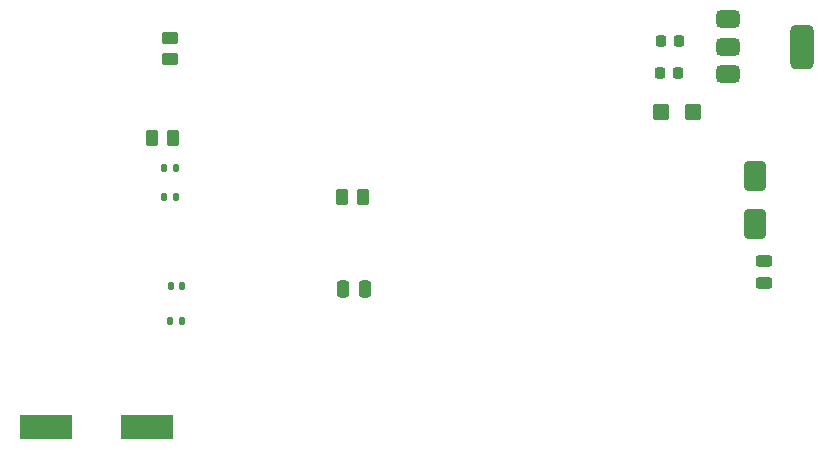
<source format=gbr>
%TF.GenerationSoftware,KiCad,Pcbnew,8.0.8*%
%TF.CreationDate,2025-02-21T18:26:29+02:00*%
%TF.ProjectId,iis22183,69697332-3231-4383-932e-6b696361645f,0*%
%TF.SameCoordinates,Original*%
%TF.FileFunction,Paste,Top*%
%TF.FilePolarity,Positive*%
%FSLAX46Y46*%
G04 Gerber Fmt 4.6, Leading zero omitted, Abs format (unit mm)*
G04 Created by KiCad (PCBNEW 8.0.8) date 2025-02-21 18:26:29*
%MOMM*%
%LPD*%
G01*
G04 APERTURE LIST*
G04 Aperture macros list*
%AMRoundRect*
0 Rectangle with rounded corners*
0 $1 Rounding radius*
0 $2 $3 $4 $5 $6 $7 $8 $9 X,Y pos of 4 corners*
0 Add a 4 corners polygon primitive as box body*
4,1,4,$2,$3,$4,$5,$6,$7,$8,$9,$2,$3,0*
0 Add four circle primitives for the rounded corners*
1,1,$1+$1,$2,$3*
1,1,$1+$1,$4,$5*
1,1,$1+$1,$6,$7*
1,1,$1+$1,$8,$9*
0 Add four rect primitives between the rounded corners*
20,1,$1+$1,$2,$3,$4,$5,0*
20,1,$1+$1,$4,$5,$6,$7,0*
20,1,$1+$1,$6,$7,$8,$9,0*
20,1,$1+$1,$8,$9,$2,$3,0*%
G04 Aperture macros list end*
%ADD10RoundRect,0.250000X-0.262500X-0.450000X0.262500X-0.450000X0.262500X0.450000X-0.262500X0.450000X0*%
%ADD11RoundRect,0.135000X0.135000X0.185000X-0.135000X0.185000X-0.135000X-0.185000X0.135000X-0.185000X0*%
%ADD12RoundRect,0.250000X0.450000X0.425000X-0.450000X0.425000X-0.450000X-0.425000X0.450000X-0.425000X0*%
%ADD13RoundRect,0.250000X0.262500X0.450000X-0.262500X0.450000X-0.262500X-0.450000X0.262500X-0.450000X0*%
%ADD14RoundRect,0.250000X-0.650000X1.000000X-0.650000X-1.000000X0.650000X-1.000000X0.650000X1.000000X0*%
%ADD15RoundRect,0.140000X0.140000X0.170000X-0.140000X0.170000X-0.140000X-0.170000X0.140000X-0.170000X0*%
%ADD16RoundRect,0.375000X-0.625000X-0.375000X0.625000X-0.375000X0.625000X0.375000X-0.625000X0.375000X0*%
%ADD17RoundRect,0.500000X-0.500000X-1.400000X0.500000X-1.400000X0.500000X1.400000X-0.500000X1.400000X0*%
%ADD18RoundRect,0.225000X0.225000X0.250000X-0.225000X0.250000X-0.225000X-0.250000X0.225000X-0.250000X0*%
%ADD19RoundRect,0.243750X0.456250X-0.243750X0.456250X0.243750X-0.456250X0.243750X-0.456250X-0.243750X0*%
%ADD20RoundRect,0.250000X-0.250000X-0.475000X0.250000X-0.475000X0.250000X0.475000X-0.250000X0.475000X0*%
%ADD21RoundRect,0.250000X0.450000X-0.262500X0.450000X0.262500X-0.450000X0.262500X-0.450000X-0.262500X0*%
%ADD22R,4.500000X2.000000*%
G04 APERTURE END LIST*
D10*
%TO.C,R4*%
X132425000Y-92750000D03*
X134250000Y-92750000D03*
%TD*%
D11*
%TO.C,R2*%
X134500000Y-95250000D03*
X133480000Y-95250000D03*
%TD*%
D12*
%TO.C,C1*%
X178250000Y-90500000D03*
X175550000Y-90500000D03*
%TD*%
D13*
%TO.C,R5*%
X150325000Y-97750000D03*
X148500000Y-97750000D03*
%TD*%
D14*
%TO.C,D1*%
X183500000Y-96000000D03*
X183500000Y-100000000D03*
%TD*%
D11*
%TO.C,R3*%
X134500000Y-97750000D03*
X133480000Y-97750000D03*
%TD*%
D15*
%TO.C,C4*%
X134960000Y-108250000D03*
X134000000Y-108250000D03*
%TD*%
D16*
%TO.C,U3*%
X181200000Y-82700000D03*
X181200000Y-85000000D03*
D17*
X187500000Y-85000000D03*
D16*
X181200000Y-87300000D03*
%TD*%
D18*
%TO.C,C5*%
X177050000Y-84500000D03*
X175500000Y-84500000D03*
%TD*%
D19*
%TO.C,F1*%
X184250000Y-105000000D03*
X184250000Y-103125000D03*
%TD*%
D20*
%TO.C,C2*%
X148600000Y-105500000D03*
X150500000Y-105500000D03*
%TD*%
D15*
%TO.C,C3*%
X135000000Y-105250000D03*
X134040000Y-105250000D03*
%TD*%
D18*
%TO.C,C6*%
X177000000Y-87250000D03*
X175450000Y-87250000D03*
%TD*%
D21*
%TO.C,R1*%
X134000000Y-86075000D03*
X134000000Y-84250000D03*
%TD*%
D22*
%TO.C,Y1*%
X132000000Y-117250000D03*
X123500000Y-117250000D03*
%TD*%
M02*

</source>
